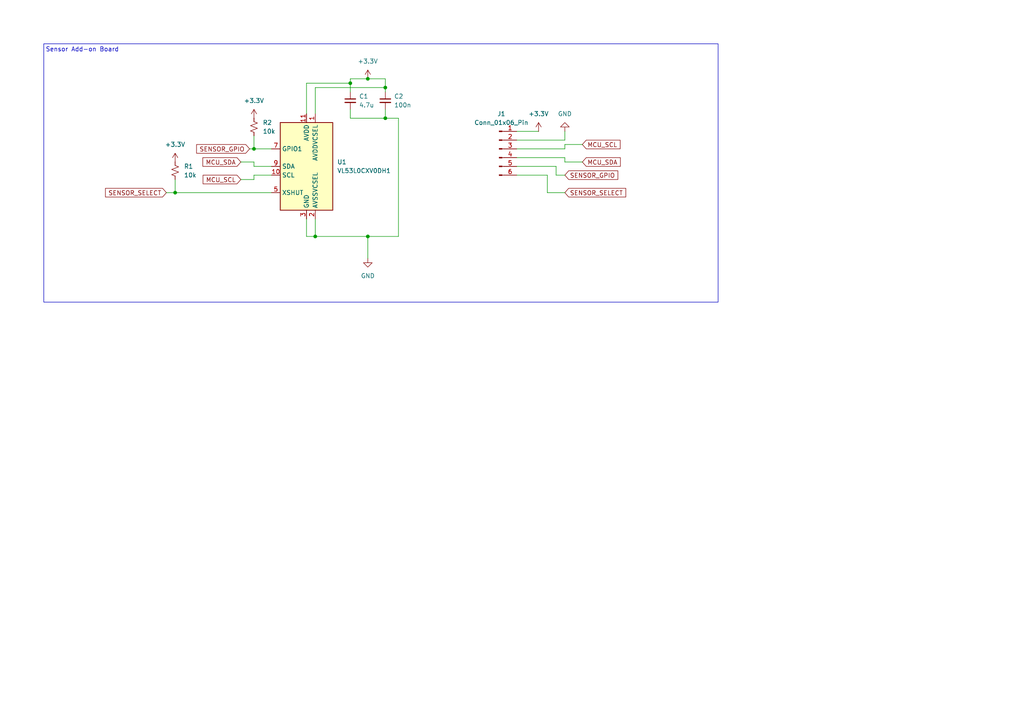
<source format=kicad_sch>
(kicad_sch (version 20250114) (generator "eeschema") (generator_version "9.0")
  (paper "A4")
  (title_block (title "Sensor Add-on Board") (date "2025-11-11") (rev "v0.1") (company "Team 6.7 MHz"))
  (lib_symbols
    (symbol "Connector:Conn_01x06_Pin" (pin_names (offset 1.016) (hide yes))
      (property "Reference" "J" (at 0 7.62 0))
      (property "Value" "Conn_01x06_Pin" (at 0 -10.16 0))
      (symbol "Conn_01x06_Pin_1_1"
        (rectangle (start 0.8636 5.207) (end 0 4.953) (stroke (width 0.1524)) (fill (type outline)))
        (rectangle (start 0.8636 2.667) (end 0 2.413) (stroke (width 0.1524)) (fill (type outline)))
        (rectangle (start 0.8636 0.127) (end 0 -0.127) (stroke (width 0.1524)) (fill (type outline)))
        (rectangle (start 0.8636 -2.413) (end 0 -2.667) (stroke (width 0.1524)) (fill (type outline)))
        (rectangle (start 0.8636 -4.953) (end 0 -5.207) (stroke (width 0.1524)) (fill (type outline)))
        (rectangle (start 0.8636 -7.493) (end 0 -7.747) (stroke (width 0.1524)) (fill (type outline)))
        (polyline (pts (xy 1.27 5.08) (xy 0.8636 5.08)) (stroke (width 0.1524)))
        (polyline (pts (xy 1.27 2.54) (xy 0.8636 2.54)) (stroke (width 0.1524)))
        (polyline (pts (xy 1.27 0) (xy 0.8636 0)) (stroke (width 0.1524)))
        (polyline (pts (xy 1.27 -2.54) (xy 0.8636 -2.54)) (stroke (width 0.1524)))
        (polyline (pts (xy 1.27 -5.08) (xy 0.8636 -5.08)) (stroke (width 0.1524)))
        (polyline (pts (xy 1.27 -7.62) (xy 0.8636 -7.62)) (stroke (width 0.1524)))
        (pin passive line (at 5.08 5.08 180) (length 3.81) (name "Pin_1") (number "1"))
        (pin passive line (at 5.08 2.54 180) (length 3.81) (name "Pin_2") (number "2"))
        (pin passive line (at 5.08 0 180) (length 3.81) (name "Pin_3") (number "3"))
        (pin passive line (at 5.08 -2.54 180) (length 3.81) (name "Pin_4") (number "4"))
        (pin passive line (at 5.08 -5.08 180) (length 3.81) (name "Pin_5") (number "5"))
        (pin passive line (at 5.08 -7.62 180) (length 3.81) (name "Pin_6") (number "6"))
      )
    )
    (symbol "Device:C_Small" (pin_numbers (hide yes)) (pin_names (offset 0.254) (hide yes))
      (property "Reference" "C" (at 0.254 1.778 0))
      (property "Value" "C_Small" (at 0.254 -2.032 0))
      (symbol "C_Small_0_1"
        (polyline (pts (xy -1.524 0.508) (xy 1.524 0.508)) (stroke (width 0.3048)))
        (polyline (pts (xy -1.524 -0.508) (xy 1.524 -0.508)) (stroke (width 0.3302)))
      )
      (symbol "C_Small_1_1"
        (pin passive line (at 0 2.54 270) (length 2.032) (name "~") (number "1"))
        (pin passive line (at 0 -2.54 90) (length 2.032) (name "~") (number "2"))
      )
    )
    (symbol "Device:R_Small_US" (pin_numbers (hide yes)) (pin_names (offset 0.254) (hide yes))
      (property "Reference" "R" (at 0.762 0.508 0))
      (property "Value" "R_Small_US" (at 0.762 -1.016 0))
      (symbol "R_Small_US_1_1"
        (polyline (pts (xy 0 1.524) (xy 1.016 1.143) (xy 0 0.762) (xy -1.016 0.381) (xy 0 0)))
        (polyline (pts (xy 0 0) (xy 1.016 -0.381) (xy 0 -0.762) (xy -1.016 -1.143) (xy 0 -1.524)))
        (pin passive line (at 0 2.54 270) (length 1.016) (name "~") (number "1"))
        (pin passive line (at 0 -2.54 90) (length 1.016) (name "~") (number "2"))
      )
    )
    (symbol "Sensor_Distance:VL53L0CXV0DH1"
      (property "Reference" "U" (at -6.35 13.97 0))
      (property "Value" "VL53L0CXV0DH1" (at 12.065 13.97 0))
      (symbol "VL53L0CXV0DH1_0_1"
        (rectangle (start -7.62 12.7) (end 7.62 -12.7) (stroke (width 0.254)) (fill (type background)))
      )
      (symbol "VL53L0CXV0DH1_1_1"
        (pin open_collector line (at -10.16 5.08 0) (length 2.54) (name "GPIO1") (number "7"))
        (pin bidirectional line (at -10.16 0 0) (length 2.54) (name "SDA") (number "9"))
        (pin input line (at -10.16 -2.54 0) (length 2.54) (name "SCL") (number "10"))
        (pin input line (at -10.16 -7.62 0) (length 2.54) (name "XSHUT") (number "5"))
        (pin no_connect line (at -7.62 7.62 0) (length 2.54) (hide yes) (name "DNC") (number "8"))
        (pin power_in line (at 0 15.24 270) (length 2.54) (name "AVDD") (number "11"))
        (pin passive line (at 0 -15.24 90) (length 2.54) (hide yes) (name "GND") (number "12"))
        (pin power_in line (at 0 -15.24 90) (length 2.54) (name "GND") (number "3"))
        (pin passive line (at 0 -15.24 90) (length 2.54) (hide yes) (name "GND") (number "4"))
        (pin passive line (at 0 -15.24 90) (length 2.54) (hide yes) (name "GND") (number "6"))
        (pin power_in line (at 2.54 15.24 270) (length 2.54) (name "AVDDVCSEL") (number "1"))
        (pin power_in line (at 2.54 -15.24 90) (length 2.54) (name "AVSSVCSEL") (number "2"))
      )
    )
    (symbol "power:+3.3V" (power) (pin_numbers (hide yes)) (pin_names (offset 0) (hide yes))
      (property "Value" "+3.3V" (at 0 3.556 0))
      (symbol "+3.3V_0_1"
        (polyline (pts (xy -0.762 1.27) (xy 0 2.54)))
        (polyline (pts (xy 0 2.54) (xy 0.762 1.27)))
        (polyline (pts (xy 0 0) (xy 0 2.54)))
      )
      (symbol "+3.3V_1_1"
        (pin power_in line (at 0 0 90) (length 0) (name "~") (number "1"))
      )
    )
    (symbol "power:GND" (power) (pin_numbers (hide yes)) (pin_names (offset 0) (hide yes))
      (property "Value" "GND" (at 0 -3.81 0))
      (symbol "GND_0_1"
        (polyline (pts (xy 0 0) (xy 0 -1.27) (xy 1.27 -1.27) (xy 0 -2.54) (xy -1.27 -1.27) (xy 0 -1.27)))
      )
      (symbol "GND_1_1"
        (pin power_in line (at 0 0 270) (length 0) (name "~") (number "1"))
      )
    )
  )
  (rectangle (start 12.7 12.7) (end 208.28 87.63))
  (text "Sensor Add-on Board" (at 23.876 14.478 0) (effects (font (size 1.27 1.27))))
  (junction (at 106.68 22.86))
  (junction (at 91.44 68.58))
  (junction (at 106.68 68.58))
  (junction (at 50.8 55.88))
  (junction (at 73.66 43.18))
  (junction (at 101.6 24.13))
  (junction (at 111.76 34.29))
  (junction (at 111.76 25.4))
  (wire (pts (xy 115.57 34.29) (xy 111.76 34.29)))
  (wire (pts (xy 163.83 38.1) (xy 163.83 40.64)))
  (wire (pts (xy 163.83 46.99) (xy 168.91 46.99)))
  (wire (pts (xy 163.83 41.91) (xy 163.83 43.18)))
  (wire (pts (xy 73.66 48.26) (xy 73.66 46.99)))
  (wire (pts (xy 88.9 24.13) (xy 88.9 33.02)))
  (wire (pts (xy 50.8 52.07) (xy 50.8 55.88)))
  (wire (pts (xy 115.57 68.58) (xy 106.68 68.58)))
  (wire (pts (xy 73.66 43.18) (xy 78.74 43.18)))
  (wire (pts (xy 111.76 34.29) (xy 111.76 31.75)))
  (wire (pts (xy 149.86 50.8) (xy 158.75 50.8)))
  (wire (pts (xy 158.75 55.88) (xy 158.75 50.8)))
  (wire (pts (xy 91.44 33.02) (xy 91.44 25.4)))
  (wire (pts (xy 73.66 50.8) (xy 73.66 52.07)))
  (wire (pts (xy 73.66 39.37) (xy 73.66 43.18)))
  (wire (pts (xy 111.76 22.86) (xy 106.68 22.86)))
  (wire (pts (xy 101.6 31.75) (xy 101.6 34.29)))
  (wire (pts (xy 88.9 24.13) (xy 101.6 24.13)))
  (wire (pts (xy 48.26 55.88) (xy 50.8 55.88)))
  (wire (pts (xy 149.86 40.64) (xy 163.83 40.64)))
  (wire (pts (xy 50.8 55.88) (xy 78.74 55.88)))
  (wire (pts (xy 91.44 68.58) (xy 91.44 63.5)))
  (wire (pts (xy 73.66 52.07) (xy 69.85 52.07)))
  (wire (pts (xy 78.74 48.26) (xy 73.66 48.26)))
  (wire (pts (xy 111.76 25.4) (xy 111.76 22.86)))
  (wire (pts (xy 72.39 43.18) (xy 73.66 43.18)))
  (wire (pts (xy 149.86 38.1) (xy 156.21 38.1)))
  (wire (pts (xy 91.44 25.4) (xy 111.76 25.4)))
  (wire (pts (xy 91.44 68.58) (xy 106.68 68.58)))
  (wire (pts (xy 111.76 26.67) (xy 111.76 25.4)))
  (wire (pts (xy 88.9 63.5) (xy 88.9 68.58)))
  (wire (pts (xy 163.83 55.88) (xy 158.75 55.88)))
  (wire (pts (xy 101.6 34.29) (xy 111.76 34.29)))
  (wire (pts (xy 161.29 50.8) (xy 161.29 48.26)))
  (wire (pts (xy 73.66 46.99) (xy 69.85 46.99)))
  (wire (pts (xy 163.83 45.72) (xy 163.83 46.99)))
  (wire (pts (xy 101.6 24.13) (xy 101.6 26.67)))
  (wire (pts (xy 78.74 50.8) (xy 73.66 50.8)))
  (wire (pts (xy 163.83 50.8) (xy 161.29 50.8)))
  (wire (pts (xy 101.6 24.13) (xy 101.6 22.86)))
  (wire (pts (xy 168.91 41.91) (xy 163.83 41.91)))
  (wire (pts (xy 106.68 68.58) (xy 106.68 74.93)))
  (wire (pts (xy 101.6 22.86) (xy 106.68 22.86)))
  (wire (pts (xy 115.57 34.29) (xy 115.57 68.58)))
  (wire (pts (xy 88.9 68.58) (xy 91.44 68.58)))
  (wire (pts (xy 161.29 48.26) (xy 149.86 48.26)))
  (wire (pts (xy 149.86 45.72) (xy 163.83 45.72)))
  (wire (pts (xy 163.83 43.18) (xy 149.86 43.18)))
  (global_label "MCU_SCL" (shape input) (at 69.85 52.07 180) (property "Intersheetrefs" "${INTERSHEET_REFS}" (effects (hide yes))))
  (global_label "SENSOR_GPIO" (shape input) (at 72.39 43.18 180) (property "Intersheetrefs" "${INTERSHEET_REFS}" (effects (hide yes))))
  (global_label "SENSOR_GPIO" (shape input) (at 163.83 50.8 0) (property "Intersheetrefs" "${INTERSHEET_REFS}" (effects (hide yes))))
  (global_label "MCU_SCL" (shape input) (at 168.91 41.91 0) (property "Intersheetrefs" "${INTERSHEET_REFS}" (effects (hide yes))))
  (global_label "SENSOR_SELECT" (shape input) (at 48.26 55.88 180) (property "Intersheetrefs" "${INTERSHEET_REFS}" (effects (hide yes))))
  (global_label "SENSOR_SELECT" (shape input) (at 163.83 55.88 0) (property "Intersheetrefs" "${INTERSHEET_REFS}" (effects (hide yes))))
  (global_label "MCU_SDA" (shape input) (at 168.91 46.99 0) (property "Intersheetrefs" "${INTERSHEET_REFS}" (effects (hide yes))))
  (global_label "MCU_SDA" (shape input) (at 69.85 46.99 180) (property "Intersheetrefs" "${INTERSHEET_REFS}" (effects (hide yes))))
  (symbol (lib_id "Connector:Conn_01x06_Pin") (at 144.78 43.18 0) (unit 1)
    (property "Reference" "J1" (at 145.415 33.02 0))
    (property "Value" "Conn_01x06_Pin" (at 145.415 35.56 0))
    (property "Footprint" "Connector_PinHeader_2.54mm:PinHeader_1x06_P2.54mm_Horizontal" (effects (hide yes)))
    (property "Description" "Generic connector, single row, 01x06, script generated" (effects (hide yes)))
  )
  (symbol (lib_id "Device:C_Small") (at 111.76 29.21 0) (unit 1)
    (property "Reference" "C2" (at 114.3 27.9462 0) (effects (justify left)))
    (property "Value" "100n" (at 114.3 30.4862 0) (effects (justify left)))
    (property "Footprint" "Capacitor_SMD:C_0603_1608Metric" (effects (hide yes)))
    (property "Description" "Unpolarized capacitor, small symbol" (effects (hide yes)))
  )
  (symbol (lib_id "power:+3.3V") (at 156.21 38.1 0) (unit 1)
    (property "Reference" "#PWR04" (effects (hide yes)))
    (property "Value" "+3.3V" (at 156.21 33.02 0))
    (property "Description" "Power symbol creates a global label with name \"+3.3V\"" (effects (hide yes)))
  )
  (symbol (lib_id "Sensor_Distance:VL53L0CXV0DH1") (at 88.9 48.26 0) (unit 1)
    (property "Reference" "U1" (at 97.79 46.9899 0) (effects (justify left)))
    (property "Value" "VL53L0CXV0DH1" (at 97.79 49.5299 0) (effects (justify left)))
    (property "Footprint" "Sensor_Distance:ST_VL53L1x" (effects (hide yes)))
    (property "Datasheet" "https://www.st.com/resource/en/datasheet/vl53l0x.pdf" (effects (hide yes)))
    (property "Description" "2m distance ranging ToF sensor, Optical LGA12" (effects (hide yes)))
  )
  (symbol (lib_id "power:+3.3V") (at 73.66 34.29 0) (unit 1)
    (property "Reference" "#PWR06" (effects (hide yes)))
    (property "Value" "+3.3V" (at 73.66 29.21 0))
    (property "Description" "Power symbol creates a global label with name \"+3.3V\"" (effects (hide yes)))
  )
  (symbol (lib_id "power:+3.3V") (at 106.68 22.86 0) (unit 1)
    (property "Reference" "#PWR01" (effects (hide yes)))
    (property "Value" "+3.3V" (at 106.68 17.78 0))
    (property "Description" "Power symbol creates a global label with name \"+3.3V\"" (effects (hide yes)))
  )
  (symbol (lib_id "power:GND") (at 106.68 74.93 0) (unit 1)
    (property "Reference" "#PWR02" (effects (hide yes)))
    (property "Value" "GND" (at 106.68 80.01 0))
    (property "Description" "Power symbol creates a global label with name \"GND\" , ground" (effects (hide yes)))
  )
  (symbol (lib_id "Device:C_Small") (at 101.6 29.21 0) (unit 1)
    (property "Reference" "C1" (at 104.14 27.9462 0) (effects (justify left)))
    (property "Value" "4.7u" (at 104.14 30.4862 0) (effects (justify left)))
    (property "Footprint" "Capacitor_SMD:C_0805_2012Metric" (effects (hide yes)))
    (property "Description" "Unpolarized capacitor, small symbol" (effects (hide yes)))
  )
  (symbol (lib_id "power:+3.3V") (at 50.8 46.99 0) (unit 1)
    (property "Reference" "#PWR03" (effects (hide yes)))
    (property "Value" "+3.3V" (at 50.8 41.91 0))
    (property "Description" "Power symbol creates a global label with name \"+3.3V\"" (effects (hide yes)))
  )
  (symbol (lib_id "Device:R_Small_US") (at 50.8 49.53 0) (unit 1)
    (property "Reference" "R1" (at 53.34 48.2599 0) (effects (justify left)))
    (property "Value" "10k" (at 53.34 50.7999 0) (effects (justify left)))
    (property "Footprint" "Resistor_SMD:R_0805_2012Metric" (effects (hide yes)))
    (property "Description" "Resistor, small US symbol" (effects (hide yes)))
  )
  (symbol (lib_id "Device:R_Small_US") (at 73.66 36.83 0) (unit 1)
    (property "Reference" "R2" (at 76.2 35.5599 0) (effects (justify left)))
    (property "Value" "10k" (at 76.2 38.0999 0) (effects (justify left)))
    (property "Footprint" "Resistor_SMD:R_0805_2012Metric" (effects (hide yes)))
    (property "Description" "Resistor, small US symbol" (effects (hide yes)))
  )
  (symbol (lib_id "power:GND") (at 163.83 38.1 180) (unit 1)
    (property "Reference" "#PWR05" (effects (hide yes)))
    (property "Value" "GND" (at 163.83 33.02 0))
    (property "Description" "Power symbol creates a global label with name \"GND\" , ground" (effects (hide yes)))
  )
)
</source>
